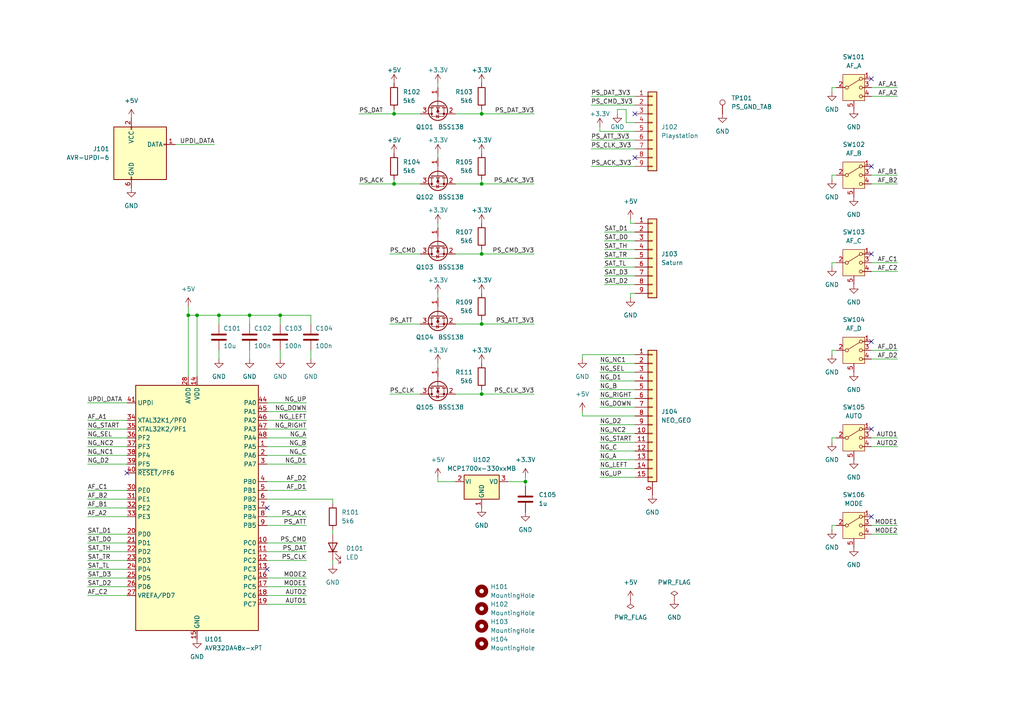
<source format=kicad_sch>
(kicad_sch (version 20231120) (generator "eeschema") (generator_version "8.0")
  (paper "A4")
  (lib_symbols
    (symbol "C&K_SP3T_Slide_Switch_OS103011MS8QP1:C&K_OS103011MS8QP1" (pin_names (offset 0) hide)
      (property "Reference" "SW101" (at 0 8.89 0))
      (property "Value" "AF_A" (at 0 6.35 0))
      (symbol "C&K_OS103011MS8QP1_0_1"
        (circle (center -2.032 0) (radius 0.4572))
        (polyline (pts (xy -1.651 0.254) (xy 1.651 2.286)))
        (circle (center 2.032 -2.54) (radius 0.4572))
        (circle (center 2.032 0) (radius 0.4572))
        (circle (center 2.032 2.54) (radius 0.4572))
      )
      (symbol "C&K_OS103011MS8QP1_1_1"
        (rectangle (start -3.175 3.81) (end 3.175 -3.81) (fill (type background)))
        (pin passive line (at 5.08 2.54 180) (length 2.54) (name "1") (number "1"))
        (pin passive line (at -5.08 0 0) (length 2.54) (name "2") (number "2"))
        (pin passive line (at 5.08 0 180) (length 2.54) (name "3") (number "3"))
        (pin passive line (at 5.08 -2.54 180) (length 2.54) (name "4") (number "4"))
        (pin passive line (at 0 -6.35 90) (length 2.54) (name "Shell") (number "5"))
      )
    )
    (symbol "Connector:AVR-UPDI-6" (pin_names (offset 1.016))
      (property "Reference" "J" (at -6.35 8.89 0))
      (property "Value" "AVR-UPDI-6" (at 0 8.89 0))
      (symbol "AVR-UPDI-6_0_1"
        (rectangle (start -2.667 -6.858) (end -2.413 -7.62))
        (rectangle (start -2.667 7.62) (end -2.413 6.858))
        (rectangle (start 7.62 2.667) (end 6.858 2.413))
        (rectangle (start 7.62 7.62) (end -7.62 -7.62) (stroke (width 0.254)) (fill (type background)))
      )
      (symbol "AVR-UPDI-6_1_1"
        (pin passive line (at 10.16 2.54 180) (length 2.54) (name "DATA") (number "1"))
        (pin passive line (at -2.54 10.16 270) (length 2.54) (name "VCC") (number "2"))
        (pin no_connect line (at 7.62 0 180) (length 2.54) hide (name "NC") (number "3"))
        (pin no_connect line (at 7.62 -2.54 180) (length 2.54) hide (name "NC") (number "4"))
        (pin no_connect line (at 7.62 -5.08 180) (length 2.54) hide (name "NC") (number "5"))
        (pin passive line (at -2.54 -10.16 90) (length 2.54) (name "GND") (number "6"))
      )
    )
    (symbol "Connector:TestPoint" (pin_numbers hide) (pin_names (offset 0.762) hide)
      (property "Reference" "TP" (at 0 6.858 0))
      (property "Value" "TestPoint" (at 0 5.08 0))
      (symbol "TestPoint_0_1"
        (circle (center 0 3.302) (radius 0.762))
      )
      (symbol "TestPoint_1_1"
        (pin passive line (at 0 0 90) (length 2.54) (name "1") (number "1"))
      )
    )
    (symbol "Connector_Generic:Conn_01x09" (pin_names (offset 1.016) hide)
      (property "Reference" "J" (at 0 12.7 0))
      (property "Value" "Conn_01x09" (at 0 -12.7 0))
      (symbol "Conn_01x09_1_1"
        (rectangle (start -1.27 -10.033) (end 0 -10.287) (stroke (width 0.1524)))
        (rectangle (start -1.27 -7.493) (end 0 -7.747) (stroke (width 0.1524)))
        (rectangle (start -1.27 -4.953) (end 0 -5.207) (stroke (width 0.1524)))
        (rectangle (start -1.27 -2.413) (end 0 -2.667) (stroke (width 0.1524)))
        (rectangle (start -1.27 0.127) (end 0 -0.127) (stroke (width 0.1524)))
        (rectangle (start -1.27 2.667) (end 0 2.413) (stroke (width 0.1524)))
        (rectangle (start -1.27 5.207) (end 0 4.953) (stroke (width 0.1524)))
        (rectangle (start -1.27 7.747) (end 0 7.493) (stroke (width 0.1524)))
        (rectangle (start -1.27 10.287) (end 0 10.033) (stroke (width 0.1524)))
        (rectangle (start -1.27 11.43) (end 1.27 -11.43) (stroke (width 0.254)) (fill (type background)))
        (pin passive line (at -5.08 10.16 0) (length 3.81) (name "Pin_1") (number "1"))
        (pin passive line (at -5.08 7.62 0) (length 3.81) (name "Pin_2") (number "2"))
        (pin passive line (at -5.08 5.08 0) (length 3.81) (name "Pin_3") (number "3"))
        (pin passive line (at -5.08 2.54 0) (length 3.81) (name "Pin_4") (number "4"))
        (pin passive line (at -5.08 0 0) (length 3.81) (name "Pin_5") (number "5"))
        (pin passive line (at -5.08 -2.54 0) (length 3.81) (name "Pin_6") (number "6"))
        (pin passive line (at -5.08 -5.08 0) (length 3.81) (name "Pin_7") (number "7"))
        (pin passive line (at -5.08 -7.62 0) (length 3.81) (name "Pin_8") (number "8"))
        (pin passive line (at -5.08 -10.16 0) (length 3.81) (name "Pin_9") (number "9"))
      )
    )
    (symbol "Connector_Generic:Conn_01x15" (pin_names (offset 1.016) hide)
      (property "Reference" "J104" (at 2.54 1.27 0))
      (property "Value" "NEO_GEO" (at 2.54 -1.27 0))
      (symbol "Conn_01x15_1_1"
        (rectangle (start -1.27 -17.653) (end 0 -17.907) (stroke (width 0.1524)))
        (rectangle (start -1.27 -15.113) (end 0 -15.367) (stroke (width 0.1524)))
        (rectangle (start -1.27 -12.573) (end 0 -12.827) (stroke (width 0.1524)))
        (rectangle (start -1.27 -10.033) (end 0 -10.287) (stroke (width 0.1524)))
        (rectangle (start -1.27 -7.493) (end 0 -7.747) (stroke (width 0.1524)))
        (rectangle (start -1.27 -4.953) (end 0 -5.207) (stroke (width 0.1524)))
        (rectangle (start -1.27 -2.413) (end 0 -2.667) (stroke (width 0.1524)))
        (rectangle (start -1.27 0.127) (end 0 -0.127) (stroke (width 0.1524)))
        (rectangle (start -1.27 2.667) (end 0 2.413) (stroke (width 0.1524)))
        (rectangle (start -1.27 5.207) (end 0 4.953) (stroke (width 0.1524)))
        (rectangle (start -1.27 7.747) (end 0 7.493) (stroke (width 0.1524)))
        (rectangle (start -1.27 10.287) (end 0 10.033) (stroke (width 0.1524)))
        (rectangle (start -1.27 12.827) (end 0 12.573) (stroke (width 0.1524)))
        (rectangle (start -1.27 15.367) (end 0 15.113) (stroke (width 0.1524)))
        (rectangle (start -1.27 17.907) (end 0 17.653) (stroke (width 0.1524)))
        (rectangle (start -1.27 19.05) (end 1.27 -19.05) (stroke (width 0.254)) (fill (type background)))
        (pin passive line (at 0 -22.86 90) (length 3.81) (name "Shell") (number "0"))
        (pin passive line (at -5.08 17.78 0) (length 3.81) (name "Pin_1") (number "1"))
        (pin passive line (at -5.08 -5.08 0) (length 3.81) (name "Pin_10") (number "10"))
        (pin passive line (at -5.08 -7.62 0) (length 3.81) (name "Pin_11") (number "11"))
        (pin passive line (at -5.08 -10.16 0) (length 3.81) (name "Pin_12") (number "12"))
        (pin passive line (at -5.08 -12.7 0) (length 3.81) (name "Pin_13") (number "13"))
        (pin passive line (at -5.08 -15.24 0) (length 3.81) (name "Pin_14") (number "14"))
        (pin passive line (at -5.08 -17.78 0) (length 3.81) (name "Pin_15") (number "15"))
        (pin passive line (at -5.08 15.24 0) (length 3.81) (name "Pin_2") (number "2"))
        (pin passive line (at -5.08 12.7 0) (length 3.81) (name "Pin_3") (number "3"))
        (pin passive line (at -5.08 10.16 0) (length 3.81) (name "Pin_4") (number "4"))
        (pin passive line (at -5.08 7.62 0) (length 3.81) (name "Pin_5") (number "5"))
        (pin passive line (at -5.08 5.08 0) (length 3.81) (name "Pin_6") (number "6"))
        (pin passive line (at -5.08 2.54 0) (length 3.81) (name "Pin_7") (number "7"))
        (pin passive line (at -5.08 0 0) (length 3.81) (name "Pin_8") (number "8"))
        (pin passive line (at -5.08 -2.54 0) (length 3.81) (name "Pin_9") (number "9"))
      )
    )
    (symbol "Device:C" (pin_numbers hide) (pin_names (offset 0.254))
      (property "Reference" "C" (at 0.635 2.54 0))
      (property "Value" "C" (at 0.635 -2.54 0))
      (symbol "C_0_1"
        (polyline (pts (xy -2.032 -0.762) (xy 2.032 -0.762)) (stroke (width 0.508)))
        (polyline (pts (xy -2.032 0.762) (xy 2.032 0.762)) (stroke (width 0.508)))
      )
      (symbol "C_1_1"
        (pin passive line (at 0 3.81 270) (length 2.794) (name "~") (number "1"))
        (pin passive line (at 0 -3.81 90) (length 2.794) (name "~") (number "2"))
      )
    )
    (symbol "Device:LED" (pin_numbers hide) (pin_names (offset 1.016) hide)
      (property "Reference" "D" (at 0 2.54 0))
      (property "Value" "LED" (at 0 -2.54 0))
      (symbol "LED_0_1"
        (polyline (pts (xy -1.27 -1.27) (xy -1.27 1.27)) (stroke (width 0.254)))
        (polyline (pts (xy -1.27 0) (xy 1.27 0)))
        (polyline (pts (xy 1.27 -1.27) (xy 1.27 1.27) (xy -1.27 0) (xy 1.27 -1.27)) (stroke (width 0.254)))
        (polyline (pts (xy -3.048 -0.762) (xy -4.572 -2.286) (xy -3.81 -2.286) (xy -4.572 -2.286) (xy -4.572 -1.524)))
        (polyline (pts (xy -1.778 -0.762) (xy -3.302 -2.286) (xy -2.54 -2.286) (xy -3.302 -2.286) (xy -3.302 -1.524)))
      )
      (symbol "LED_1_1"
        (pin passive line (at -3.81 0 0) (length 2.54) (name "K") (number "1"))
        (pin passive line (at 3.81 0 180) (length 2.54) (name "A") (number "2"))
      )
    )
    (symbol "Device:R" (pin_numbers hide) (pin_names (offset 0))
      (property "Reference" "R" (at 2.032 0 90))
      (property "Value" "R" (at 0 0 90))
      (symbol "R_0_1"
        (rectangle (start -1.016 -2.54) (end 1.016 2.54) (stroke (width 0.254)))
      )
      (symbol "R_1_1"
        (pin passive line (at 0 3.81 270) (length 1.27) (name "~") (number "1"))
        (pin passive line (at 0 -3.81 90) (length 1.27) (name "~") (number "2"))
      )
    )
    (symbol "MCU_Microchip_AVR_Dx:AVR32DA48x-xPT"
      (property "Reference" "U" (at -17.78 36.83 0))
      (property "Value" "AVR32DA48x-xPT" (at 5.08 -36.83 0))
      (symbol "AVR32DA48x-xPT_0_1"
        (rectangle (start -17.78 35.56) (end 17.78 -35.56) (stroke (width 0.254)) (fill (type background)))
      )
      (symbol "AVR32DA48x-xPT_1_1"
        (pin bidirectional line (at 20.32 17.78 180) (length 2.54) (name "PA5") (number "1"))
        (pin bidirectional line (at 20.32 -10.16 180) (length 2.54) (name "PC0") (number "10"))
        (pin bidirectional line (at 20.32 -12.7 180) (length 2.54) (name "PC1") (number "11"))
        (pin bidirectional line (at 20.32 -15.24 180) (length 2.54) (name "PC2") (number "12"))
        (pin bidirectional line (at 20.32 -17.78 180) (length 2.54) (name "PC3") (number "13"))
        (pin power_in line (at 0 38.1 270) (length 2.54) (name "VDD") (number "14"))
        (pin power_in line (at 0 -38.1 90) (length 2.54) (name "GND") (number "15"))
        (pin bidirectional line (at 20.32 -20.32 180) (length 2.54) (name "PC4") (number "16"))
        (pin bidirectional line (at 20.32 -22.86 180) (length 2.54) (name "PC5") (number "17"))
        (pin bidirectional line (at 20.32 -25.4 180) (length 2.54) (name "PC6") (number "18"))
        (pin bidirectional line (at 20.32 -27.94 180) (length 2.54) (name "PC7") (number "19"))
        (pin bidirectional line (at 20.32 15.24 180) (length 2.54) (name "PA6") (number "2"))
        (pin bidirectional line (at -20.32 -7.62 0) (length 2.54) (name "PD0") (number "20"))
        (pin bidirectional line (at -20.32 -10.16 0) (length 2.54) (name "PD1") (number "21"))
        (pin bidirectional line (at -20.32 -12.7 0) (length 2.54) (name "PD2") (number "22"))
        (pin bidirectional line (at -20.32 -15.24 0) (length 2.54) (name "PD3") (number "23"))
        (pin bidirectional line (at -20.32 -17.78 0) (length 2.54) (name "PD4") (number "24"))
        (pin bidirectional line (at -20.32 -20.32 0) (length 2.54) (name "PD5") (number "25"))
        (pin bidirectional line (at -20.32 -22.86 0) (length 2.54) (name "PD6") (number "26"))
        (pin bidirectional line (at -20.32 -25.4 0) (length 2.54) (name "VREFA/PD7") (number "27"))
        (pin power_in line (at -2.54 38.1 270) (length 2.54) (name "AVDD") (number "28"))
        (pin passive line (at 0 -38.1 90) (length 2.54) hide (name "GND") (number "29"))
        (pin bidirectional line (at 20.32 12.7 180) (length 2.54) (name "PA7") (number "3"))
        (pin bidirectional line (at -20.32 5.08 0) (length 2.54) (name "PE0") (number "30"))
        (pin bidirectional line (at -20.32 2.54 0) (length 2.54) (name "PE1") (number "31"))
        (pin bidirectional line (at -20.32 0 0) (length 2.54) (name "PE2") (number "32"))
        (pin bidirectional line (at -20.32 -2.54 0) (length 2.54) (name "PE3") (number "33"))
        (pin bidirectional line (at -20.32 25.4 0) (length 2.54) (name "XTAL32K1/PF0") (number "34"))
        (pin bidirectional line (at -20.32 22.86 0) (length 2.54) (name "XTAL32K2/PF1") (number "35"))
        (pin bidirectional line (at -20.32 20.32 0) (length 2.54) (name "PF2") (number "36"))
        (pin bidirectional line (at -20.32 17.78 0) (length 2.54) (name "PF3") (number "37"))
        (pin bidirectional line (at -20.32 15.24 0) (length 2.54) (name "PF4") (number "38"))
        (pin bidirectional line (at -20.32 12.7 0) (length 2.54) (name "PF5") (number "39"))
        (pin bidirectional line (at 20.32 7.62 180) (length 2.54) (name "PB0") (number "4"))
        (pin bidirectional line (at -20.32 10.16 0) (length 2.54) (name "~{RESET}/PF6") (number "40"))
        (pin input line (at -20.32 30.48 0) (length 2.54) (name "UPDI") (number "41"))
        (pin passive line (at 0 38.1 270) (length 2.54) hide (name "VDD") (number "42"))
        (pin passive line (at 0 -38.1 90) (length 2.54) hide (name "GND") (number "43"))
        (pin bidirectional line (at 20.32 30.48 180) (length 2.54) (name "PA0") (number "44"))
        (pin bidirectional line (at 20.32 27.94 180) (length 2.54) (name "PA1") (number "45"))
        (pin bidirectional line (at 20.32 25.4 180) (length 2.54) (name "PA2") (number "46"))
        (pin bidirectional line (at 20.32 22.86 180) (length 2.54) (name "PA3") (number "47"))
        (pin bidirectional line (at 20.32 20.32 180) (length 2.54) (name "PA4") (number "48"))
        (pin bidirectional line (at 20.32 5.08 180) (length 2.54) (name "PB1") (number "5"))
        (pin bidirectional line (at 20.32 2.54 180) (length 2.54) (name "PB2") (number "6"))
        (pin bidirectional line (at 20.32 0 180) (length 2.54) (name "PB3") (number "7"))
        (pin bidirectional line (at 20.32 -2.54 180) (length 2.54) (name "PB4") (number "8"))
        (pin bidirectional line (at 20.32 -5.08 180) (length 2.54) (name "PB5") (number "9"))
      )
    )
    (symbol "Mechanical:MountingHole" (pin_names (offset 1.016))
      (property "Reference" "H" (at 0 5.08 0))
      (property "Value" "MountingHole" (at 0 3.175 0))
      (symbol "MountingHole_0_1"
        (circle (center 0 0) (radius 1.27) (stroke (width 1.27)))
      )
    )
    (symbol "Regulator_Linear:MCP1700x-330xxMB" (pin_names (offset 0.254))
      (property "Reference" "U" (at -3.81 3.175 0))
      (property "Value" "MCP1700x-330xxMB" (at 0 3.175 0))
      (symbol "MCP1700x-330xxMB_0_1"
        (rectangle (start -5.08 -5.08) (end 5.08 1.905) (stroke (width 0.254)) (fill (type background)))
      )
      (symbol "MCP1700x-330xxMB_1_1"
        (pin power_in line (at 0 -7.62 90) (length 2.54) (name "GND") (number "1"))
        (pin power_in line (at -7.62 0 0) (length 2.54) (name "VI") (number "2"))
        (pin power_out line (at 7.62 0 180) (length 2.54) (name "VO") (number "3"))
      )
    )
    (symbol "Transistor_FET:BSS138" (pin_names hide)
      (property "Reference" "Q" (at 5.08 1.905 0))
      (property "Value" "BSS138" (at 5.08 0 0))
      (symbol "BSS138_0_1"
        (polyline (pts (xy 0.254 0) (xy -2.54 0)))
        (polyline (pts (xy 0.254 1.905) (xy 0.254 -1.905)) (stroke (width 0.254)))
        (polyline (pts (xy 0.762 -1.27) (xy 0.762 -2.286)) (stroke (width 0.254)))
        (polyline (pts (xy 0.762 0.508) (xy 0.762 -0.508)) (stroke (width 0.254)))
        (polyline (pts (xy 0.762 2.286) (xy 0.762 1.27)) (stroke (width 0.254)))
        (polyline (pts (xy 2.54 2.54) (xy 2.54 1.778)))
        (polyline (pts (xy 2.54 -2.54) (xy 2.54 0) (xy 0.762 0)))
        (polyline (pts (xy 0.762 -1.778) (xy 3.302 -1.778) (xy 3.302 1.778) (xy 0.762 1.778)))
        (polyline (pts (xy 1.016 0) (xy 2.032 0.381) (xy 2.032 -0.381) (xy 1.016 0)) (fill (type outline)))
        (polyline (pts (xy 2.794 0.508) (xy 2.921 0.381) (xy 3.683 0.381) (xy 3.81 0.254)))
        (polyline (pts (xy 3.302 0.381) (xy 2.921 -0.254) (xy 3.683 -0.254) (xy 3.302 0.381)))
        (circle (center 1.651 0) (radius 2.794) (stroke (width 0.254)))
        (circle (center 2.54 -1.778) (radius 0.254) (fill (type outline)))
        (circle (center 2.54 1.778) (radius 0.254) (fill (type outline)))
      )
      (symbol "BSS138_1_1"
        (pin input line (at -5.08 0 0) (length 2.54) (name "G") (number "1"))
        (pin passive line (at 2.54 -5.08 90) (length 2.54) (name "S") (number "2"))
        (pin passive line (at 2.54 5.08 270) (length 2.54) (name "D") (number "3"))
      )
    )
    (symbol "power:+3.3V" (power) (pin_names (offset 0))
      (property "Value" "+3.3V" (at 0 3.556 0))
      (symbol "+3.3V_0_1"
        (polyline (pts (xy -0.762 1.27) (xy 0 2.54)))
        (polyline (pts (xy 0 0) (xy 0 2.54)))
        (polyline (pts (xy 0 2.54) (xy 0.762 1.27)))
      )
      (symbol "+3.3V_1_1"
        (pin power_in line (at 0 0 90) (length 0) hide (name "+3.3V") (number "1"))
      )
    )
    (symbol "power:+5V" (power) (pin_names (offset 0))
      (property "Value" "+5V" (at 0 3.556 0))
      (symbol "+5V_0_1"
        (polyline (pts (xy -0.762 1.27) (xy 0 2.54)))
        (polyline (pts (xy 0 0) (xy 0 2.54)))
        (polyline (pts (xy 0 2.54) (xy 0.762 1.27)))
      )
      (symbol "+5V_1_1"
        (pin power_in line (at 0 0 90) (length 0) hide (name "+5V") (number "1"))
      )
    )
    (symbol "power:GND" (power) (pin_names (offset 0))
      (property "Value" "GND" (at 0 -3.81 0))
      (symbol "GND_0_1"
        (polyline (pts (xy 0 0) (xy 0 -1.27) (xy 1.27 -1.27) (xy 0 -2.54) (xy -1.27 -1.27) (xy 0 -1.27)))
      )
      (symbol "GND_1_1"
        (pin power_in line (at 0 0 270) (length 0) hide (name "GND") (number "1"))
      )
    )
    (symbol "power:PWR_FLAG" (power) (pin_numbers hide) (pin_names (offset 0) hide)
      (property "Value" "PWR_FLAG" (at 0 3.81 0))
      (symbol "PWR_FLAG_0_0"
        (pin power_out line (at 0 0 90) (length 0) (name "pwr") (number "1"))
      )
      (symbol "PWR_FLAG_0_1"
        (polyline (pts (xy 0 0) (xy 0 1.27) (xy -1.016 1.905) (xy 0 2.54) (xy 1.016 1.905) (xy 0 1.27)))
      )
    )
  )
  (junction (at 54.61 91.44))
  (junction (at 139.7 53.34))
  (junction (at 63.5 91.44))
  (junction (at 139.7 73.66))
  (junction (at 72.39 91.44))
  (junction (at 139.7 114.3))
  (junction (at 114.3 33.02))
  (junction (at 81.28 91.44))
  (junction (at 57.15 91.44))
  (junction (at 114.3 53.34))
  (junction (at 139.7 93.98))
  (junction (at 152.4 139.7))
  (junction (at 139.7 33.02))
  (no_connect (at 252.73 73.66))
  (no_connect (at 77.47 165.1))
  (no_connect (at 252.73 99.06))
  (no_connect (at 184.15 33.02))
  (no_connect (at 36.83 137.16))
  (no_connect (at 252.73 22.86))
  (no_connect (at 252.73 48.26))
  (no_connect (at 252.73 124.46))
  (no_connect (at 252.73 149.86))
  (no_connect (at 184.15 45.72))
  (no_connect (at 77.47 147.32))
  (wire (pts (xy 81.28 91.44) (xy 90.17 91.44)))
  (wire (pts (xy 77.47 152.4) (xy 88.9 152.4)))
  (wire (pts (xy 114.3 33.02) (xy 114.3 31.75)))
  (wire (pts (xy 139.7 114.3) (xy 139.7 113.03)))
  (wire (pts (xy 127 85.09) (xy 127 86.36)))
  (wire (pts (xy 168.91 120.65) (xy 184.15 120.65)))
  (wire (pts (xy 171.45 27.94) (xy 184.15 27.94)))
  (wire (pts (xy 241.3 25.4) (xy 241.3 26.67)))
  (wire (pts (xy 252.73 78.74) (xy 260.35 78.74)))
  (wire (pts (xy 25.4 165.1) (xy 36.83 165.1)))
  (wire (pts (xy 77.47 142.24) (xy 88.9 142.24)))
  (wire (pts (xy 81.28 101.6) (xy 81.28 104.14)))
  (wire (pts (xy 121.92 33.02) (xy 114.3 33.02)))
  (wire (pts (xy 114.3 53.34) (xy 114.3 52.07)))
  (wire (pts (xy 182.88 63.5) (xy 182.88 64.77)))
  (wire (pts (xy 252.73 152.4) (xy 260.35 152.4)))
  (wire (pts (xy 77.47 167.64) (xy 88.9 167.64)))
  (wire (pts (xy 25.4 127) (xy 36.83 127)))
  (wire (pts (xy 252.73 101.6) (xy 260.35 101.6)))
  (wire (pts (xy 104.14 33.02) (xy 114.3 33.02)))
  (wire (pts (xy 175.26 82.55) (xy 184.15 82.55)))
  (wire (pts (xy 127 138.43) (xy 127 139.7)))
  (wire (pts (xy 77.47 149.86) (xy 88.9 149.86)))
  (wire (pts (xy 25.4 149.86) (xy 36.83 149.86)))
  (wire (pts (xy 171.45 48.26) (xy 184.15 48.26)))
  (wire (pts (xy 173.99 38.1) (xy 173.99 36.83)))
  (wire (pts (xy 77.47 121.92) (xy 88.9 121.92)))
  (wire (pts (xy 132.08 114.3) (xy 139.7 114.3)))
  (wire (pts (xy 25.4 124.46) (xy 36.83 124.46)))
  (wire (pts (xy 72.39 91.44) (xy 72.39 93.98)))
  (wire (pts (xy 96.52 144.78) (xy 96.52 146.05)))
  (wire (pts (xy 77.47 170.18) (xy 88.9 170.18)))
  (wire (pts (xy 77.47 132.08) (xy 88.9 132.08)))
  (wire (pts (xy 241.3 152.4) (xy 241.3 153.67)))
  (wire (pts (xy 25.4 147.32) (xy 36.83 147.32)))
  (wire (pts (xy 25.4 154.94) (xy 36.83 154.94)))
  (wire (pts (xy 63.5 101.6) (xy 63.5 104.14)))
  (wire (pts (xy 173.99 133.35) (xy 184.15 133.35)))
  (wire (pts (xy 25.4 167.64) (xy 36.83 167.64)))
  (wire (pts (xy 139.7 73.66) (xy 139.7 72.39)))
  (wire (pts (xy 104.14 53.34) (xy 114.3 53.34)))
  (wire (pts (xy 132.08 53.34) (xy 139.7 53.34)))
  (wire (pts (xy 173.99 130.81) (xy 184.15 130.81)))
  (wire (pts (xy 175.26 69.85) (xy 184.15 69.85)))
  (wire (pts (xy 81.28 91.44) (xy 81.28 93.98)))
  (wire (pts (xy 252.73 127) (xy 260.35 127)))
  (wire (pts (xy 181.61 35.56) (xy 181.61 31.75)))
  (wire (pts (xy 77.47 172.72) (xy 88.9 172.72)))
  (wire (pts (xy 182.88 64.77) (xy 184.15 64.77)))
  (wire (pts (xy 63.5 91.44) (xy 72.39 91.44)))
  (wire (pts (xy 152.4 139.7) (xy 152.4 138.43)))
  (wire (pts (xy 77.47 129.54) (xy 88.9 129.54)))
  (wire (pts (xy 184.15 85.09) (xy 182.88 85.09)))
  (wire (pts (xy 173.99 123.19) (xy 184.15 123.19)))
  (wire (pts (xy 132.08 93.98) (xy 139.7 93.98)))
  (wire (pts (xy 242.57 50.8) (xy 241.3 50.8)))
  (wire (pts (xy 242.57 127) (xy 241.3 127)))
  (wire (pts (xy 139.7 33.02) (xy 154.94 33.02)))
  (wire (pts (xy 139.7 53.34) (xy 139.7 52.07)))
  (wire (pts (xy 139.7 73.66) (xy 154.94 73.66)))
  (wire (pts (xy 54.61 88.9) (xy 54.61 91.44)))
  (wire (pts (xy 121.92 53.34) (xy 114.3 53.34)))
  (wire (pts (xy 252.73 104.14) (xy 260.35 104.14)))
  (wire (pts (xy 173.99 115.57) (xy 184.15 115.57)))
  (wire (pts (xy 127 105.41) (xy 127 106.68)))
  (wire (pts (xy 25.4 142.24) (xy 36.83 142.24)))
  (wire (pts (xy 241.3 127) (xy 241.3 128.27)))
  (wire (pts (xy 181.61 31.75) (xy 179.07 31.75)))
  (wire (pts (xy 184.15 35.56) (xy 181.61 35.56)))
  (wire (pts (xy 113.03 93.98) (xy 121.92 93.98)))
  (wire (pts (xy 132.08 73.66) (xy 139.7 73.66)))
  (wire (pts (xy 168.91 104.14) (xy 168.91 102.87)))
  (wire (pts (xy 175.26 67.31) (xy 184.15 67.31)))
  (wire (pts (xy 139.7 33.02) (xy 139.7 31.75)))
  (wire (pts (xy 139.7 93.98) (xy 154.94 93.98)))
  (wire (pts (xy 113.03 114.3) (xy 121.92 114.3)))
  (wire (pts (xy 77.47 162.56) (xy 88.9 162.56)))
  (wire (pts (xy 25.4 144.78) (xy 36.83 144.78)))
  (wire (pts (xy 96.52 162.56) (xy 96.52 163.83)))
  (wire (pts (xy 132.08 33.02) (xy 139.7 33.02)))
  (wire (pts (xy 25.4 132.08) (xy 36.83 132.08)))
  (wire (pts (xy 147.32 139.7) (xy 152.4 139.7)))
  (wire (pts (xy 57.15 91.44) (xy 63.5 91.44)))
  (wire (pts (xy 139.7 53.34) (xy 154.94 53.34)))
  (wire (pts (xy 127 24.13) (xy 127 25.4)))
  (wire (pts (xy 77.47 127) (xy 88.9 127)))
  (wire (pts (xy 241.3 50.8) (xy 241.3 52.07)))
  (wire (pts (xy 63.5 91.44) (xy 63.5 93.98)))
  (wire (pts (xy 127 44.45) (xy 127 45.72)))
  (wire (pts (xy 175.26 72.39) (xy 184.15 72.39)))
  (wire (pts (xy 57.15 109.22) (xy 57.15 91.44)))
  (wire (pts (xy 252.73 27.94) (xy 260.35 27.94)))
  (wire (pts (xy 25.4 162.56) (xy 36.83 162.56)))
  (wire (pts (xy 173.99 128.27) (xy 184.15 128.27)))
  (wire (pts (xy 50.8 41.91) (xy 62.23 41.91)))
  (wire (pts (xy 173.99 113.03) (xy 184.15 113.03)))
  (wire (pts (xy 171.45 40.64) (xy 184.15 40.64)))
  (wire (pts (xy 90.17 91.44) (xy 90.17 93.98)))
  (wire (pts (xy 175.26 77.47) (xy 184.15 77.47)))
  (wire (pts (xy 171.45 43.18) (xy 184.15 43.18)))
  (wire (pts (xy 184.15 38.1) (xy 173.99 38.1)))
  (wire (pts (xy 57.15 91.44) (xy 54.61 91.44)))
  (wire (pts (xy 25.4 129.54) (xy 36.83 129.54)))
  (wire (pts (xy 179.07 31.75) (xy 179.07 33.02)))
  (wire (pts (xy 25.4 170.18) (xy 36.83 170.18)))
  (wire (pts (xy 242.57 76.2) (xy 241.3 76.2)))
  (wire (pts (xy 252.73 76.2) (xy 260.35 76.2)))
  (wire (pts (xy 25.4 116.84) (xy 36.83 116.84)))
  (wire (pts (xy 173.99 135.89) (xy 184.15 135.89)))
  (wire (pts (xy 77.47 139.7) (xy 88.9 139.7)))
  (wire (pts (xy 77.47 124.46) (xy 88.9 124.46)))
  (wire (pts (xy 113.03 73.66) (xy 121.92 73.66)))
  (wire (pts (xy 77.47 175.26) (xy 88.9 175.26)))
  (wire (pts (xy 252.73 154.94) (xy 260.35 154.94)))
  (wire (pts (xy 72.39 101.6) (xy 72.39 104.14)))
  (wire (pts (xy 77.47 160.02) (xy 88.9 160.02)))
  (wire (pts (xy 175.26 80.01) (xy 184.15 80.01)))
  (wire (pts (xy 139.7 114.3) (xy 154.94 114.3)))
  (wire (pts (xy 242.57 101.6) (xy 241.3 101.6)))
  (wire (pts (xy 168.91 102.87) (xy 184.15 102.87)))
  (wire (pts (xy 252.73 25.4) (xy 260.35 25.4)))
  (wire (pts (xy 77.47 144.78) (xy 96.52 144.78)))
  (wire (pts (xy 242.57 152.4) (xy 241.3 152.4)))
  (wire (pts (xy 54.61 91.44) (xy 54.61 109.22)))
  (wire (pts (xy 139.7 93.98) (xy 139.7 92.71)))
  (wire (pts (xy 173.99 110.49) (xy 184.15 110.49)))
  (wire (pts (xy 173.99 107.95) (xy 184.15 107.95)))
  (wire (pts (xy 90.17 101.6) (xy 90.17 104.14)))
  (wire (pts (xy 127 64.77) (xy 127 66.04)))
  (wire (pts (xy 168.91 119.38) (xy 168.91 120.65)))
  (wire (pts (xy 96.52 153.67) (xy 96.52 154.94)))
  (wire (pts (xy 25.4 172.72) (xy 36.83 172.72)))
  (wire (pts (xy 175.26 74.93) (xy 184.15 74.93)))
  (wire (pts (xy 173.99 118.11) (xy 184.15 118.11)))
  (wire (pts (xy 171.45 30.48) (xy 184.15 30.48)))
  (wire (pts (xy 77.47 116.84) (xy 88.9 116.84)))
  (wire (pts (xy 241.3 101.6) (xy 241.3 102.87)))
  (wire (pts (xy 25.4 157.48) (xy 36.83 157.48)))
  (wire (pts (xy 127 139.7) (xy 132.08 139.7)))
  (wire (pts (xy 252.73 50.8) (xy 260.35 50.8)))
  (wire (pts (xy 173.99 138.43) (xy 184.15 138.43)))
  (wire (pts (xy 182.88 85.09) (xy 182.88 86.36)))
  (wire (pts (xy 77.47 134.62) (xy 88.9 134.62)))
  (wire (pts (xy 241.3 76.2) (xy 241.3 77.47)))
  (wire (pts (xy 25.4 134.62) (xy 36.83 134.62)))
  (wire (pts (xy 242.57 25.4) (xy 241.3 25.4)))
  (wire (pts (xy 173.99 105.41) (xy 184.15 105.41)))
  (wire (pts (xy 252.73 129.54) (xy 260.35 129.54)))
  (wire (pts (xy 77.47 157.48) (xy 88.9 157.48)))
  (wire (pts (xy 252.73 53.34) (xy 260.35 53.34)))
  (wire (pts (xy 152.4 139.7) (xy 152.4 140.97)))
  (wire (pts (xy 25.4 160.02) (xy 36.83 160.02)))
  (wire (pts (xy 173.99 125.73) (xy 184.15 125.73)))
  (wire (pts (xy 77.47 119.38) (xy 88.9 119.38)))
  (wire (pts (xy 72.39 91.44) (xy 81.28 91.44)))
  (wire (pts (xy 25.4 121.92) (xy 36.83 121.92)))
  (label "PS_ACK" (at 88.9 149.86 180))
  (label "MODE2" (at 260.35 154.94 180))
  (label "SAT_D3" (at 25.4 167.64 0))
  (label "SAT_D2" (at 25.4 170.18 0))
  (label "NG_C" (at 88.9 132.08 180))
  (label "AF_D1" (at 88.9 142.24 180))
  (label "PS_CMD_3V3" (at 171.45 30.48 0))
  (label "NG_A" (at 173.99 133.35 0))
  (label "AF_A2" (at 260.35 27.94 180))
  (label "NG_LEFT" (at 88.9 121.92 180))
  (label "UPDI_DATA" (at 25.4 116.84 0))
  (label "MODE1" (at 88.9 170.18 180))
  (label "NG_A" (at 88.9 127 180))
  (label "AF_C2" (at 260.35 78.74 180))
  (label "SAT_TH" (at 175.26 72.39 0))
  (label "NG_C" (at 173.99 130.81 0))
  (label "AF_C1" (at 260.35 76.2 180))
  (label "PS_ATT_3V3" (at 154.94 93.98 180))
  (label "SAT_D2" (at 175.26 82.55 0))
  (label "PS_DAT_3V3" (at 154.94 33.02 180))
  (label "PS_CLK" (at 113.03 114.3 0))
  (label "NG_D1" (at 88.9 134.62 180))
  (label "NG_START" (at 25.4 124.46 0))
  (label "AUTO1" (at 88.9 175.26 180))
  (label "AF_D1" (at 260.35 101.6 180))
  (label "AUTO1" (at 260.35 127 180))
  (label "MODE2" (at 88.9 167.64 180))
  (label "SAT_TL" (at 25.4 165.1 0))
  (label "MODE1" (at 260.35 152.4 180))
  (label "NG_NC1" (at 173.99 105.41 0))
  (label "PS_ATT" (at 113.03 93.98 0))
  (label "PS_DAT_3V3" (at 171.45 27.94 0))
  (label "PS_CLK_3V3" (at 154.94 114.3 180))
  (label "AUTO2" (at 88.9 172.72 180))
  (label "PS_CMD" (at 88.9 157.48 180))
  (label "NG_NC2" (at 25.4 129.54 0))
  (label "NG_D1" (at 173.99 110.49 0))
  (label "AF_B1" (at 25.4 147.32 0))
  (label "PS_ATT" (at 88.9 152.4 180))
  (label "NG_NC1" (at 25.4 132.08 0))
  (label "PS_ATT_3V3" (at 171.45 40.64 0))
  (label "PS_CLK_3V3" (at 171.45 43.18 0))
  (label "AF_C1" (at 25.4 142.24 0))
  (label "SAT_D1" (at 25.4 154.94 0))
  (label "AF_B1" (at 260.35 50.8 180))
  (label "AF_A1" (at 25.4 121.92 0))
  (label "NG_DOWN" (at 173.99 118.11 0))
  (label "NG_LEFT" (at 173.99 135.89 0))
  (label "AF_B2" (at 260.35 53.34 180))
  (label "AF_C2" (at 25.4 172.72 0))
  (label "UPDI_DATA" (at 62.23 41.91 180))
  (label "NG_RIGHT" (at 173.99 115.57 0))
  (label "PS_ACK" (at 104.14 53.34 0))
  (label "AF_D2" (at 88.9 139.7 180))
  (label "PS_DAT" (at 104.14 33.02 0))
  (label "NG_UP" (at 88.9 116.84 180))
  (label "PS_CMD_3V3" (at 154.94 73.66 180))
  (label "PS_DAT" (at 88.9 160.02 180))
  (label "AF_D2" (at 260.35 104.14 180))
  (label "PS_CMD" (at 113.03 73.66 0))
  (label "PS_ACK_3V3" (at 154.94 53.34 180))
  (label "NG_START" (at 173.99 128.27 0))
  (label "NG_SEL" (at 173.99 107.95 0))
  (label "SAT_D3" (at 175.26 80.01 0))
  (label "SAT_D1" (at 175.26 67.31 0))
  (label "NG_B" (at 88.9 129.54 180))
  (label "NG_UP" (at 173.99 138.43 0))
  (label "SAT_TH" (at 25.4 160.02 0))
  (label "NG_B" (at 173.99 113.03 0))
  (label "NG_SEL" (at 25.4 127 0))
  (label "NG_DOWN" (at 88.9 119.38 180))
  (label "NG_D2" (at 25.4 134.62 0))
  (label "NG_NC2" (at 173.99 125.73 0))
  (label "AF_B2" (at 25.4 144.78 0))
  (label "SAT_D0" (at 25.4 157.48 0))
  (label "AF_A1" (at 260.35 25.4 180))
  (label "SAT_D0" (at 175.26 69.85 0))
  (label "NG_RIGHT" (at 88.9 124.46 180))
  (label "PS_ACK_3V3" (at 171.45 48.26 0))
  (label "AF_A2" (at 25.4 149.86 0))
  (label "SAT_TL" (at 175.26 77.47 0))
  (label "SAT_TR" (at 25.4 162.56 0))
  (label "AUTO2" (at 260.35 129.54 180))
  (label "PS_CLK" (at 88.9 162.56 180))
  (label "SAT_TR" (at 175.26 74.93 0))
  (label "NG_D2" (at 173.99 123.19 0))
  (symbol (lib_id "power:+3.3V") (at 152.4 138.43 0) (unit 1)
    (property "Reference" "#PWR0130" (effects (hide yes)))
    (property "Value" "+3.3V" (at 152.4 133.35 0))
  )
  (symbol (lib_id "Transistor_FET:BSS138") (at 127 111.76 90) (mirror x) (unit 1)
    (property "Reference" "Q105" (at 123.19 118.11 90))
    (property "Value" "BSS138" (at 130.81 118.11 90))
    (property "Footprint" "Package_TO_SOT_SMD:SOT-23" (effects (hide yes)))
    (property "Datasheet" "https://www.onsemi.com/pub/Collateral/BSS138-D.PDF" (effects (hide yes)))
    (property "Description" "50V Vds, 0.22A Id, N-Channel MOSFET, SOT-23" (effects (hide yes)))
  )
  (symbol (lib_id "power:GND") (at 195.58 173.99 0) (unit 1)
    (property "Reference" "#PWR0134" (effects (hide yes)))
    (property "Value" "GND" (at 195.58 179.07 0))
  )
  (symbol (lib_id "Mechanical:MountingHole") (at 139.7 171.45 0) (unit 1) (in_bom no)
    (property "Reference" "H101" (at 142.24 170.18 0) (effects (justify left)))
    (property "Value" "MountingHole" (at 142.24 172.72 0) (effects (justify left)))
    (property "Footprint" "MountingHole:MountingHole_3.2mm_M3" (effects (hide yes)))
  )
  (symbol (lib_id "Connector_Generic:Conn_01x15") (at 189.23 120.65 0) (unit 1)
    (property "Reference" "J104" (at 191.77 119.38 0) (effects (justify left)))
    (property "Value" "NEO_GEO" (at 191.77 121.92 0) (effects (justify left)))
    (property "Footprint" "Connector_Dsub:DSUB-15_Female_Horizontal_P2.77x2.84mm_EdgePinOffset7.70mm_Housed_MountingHolesOffset9.12mm" (effects (hide yes)))
    (property "MPN" "Amphenol L77SDA15SA4CH4F" (effects (hide yes)))
  )
  (symbol (lib_id "Device:R") (at 139.7 68.58 0) (mirror y) (unit 1)
    (property "Reference" "R107" (at 137.16 67.3099 0) (effects (justify left)))
    (property "Value" "5k6" (at 137.16 69.8499 0) (effects (justify left)))
    (property "Footprint" "Resistor_SMD:R_0805_2012Metric_Pad1.20x1.40mm_HandSolder" (effects (hide yes)))
  )
  (symbol (lib_id "power:GND") (at 247.65 107.95 0) (unit 1)
    (property "Reference" "#PWR0121" (effects (hide yes)))
    (property "Value" "GND" (at 247.65 113.03 0))
  )
  (symbol (lib_id "power:GND") (at 38.1 54.61 0) (unit 1)
    (property "Reference" "#PWR0104" (effects (hide yes)))
    (property "Value" "GND" (at 38.1 59.69 0))
  )
  (symbol (lib_id "Device:R") (at 139.7 48.26 0) (mirror y) (unit 1)
    (property "Reference" "R105" (at 137.16 46.9899 0) (effects (justify left)))
    (property "Value" "5k6" (at 137.16 49.5299 0) (effects (justify left)))
    (property "Footprint" "Resistor_SMD:R_0805_2012Metric_Pad1.20x1.40mm_HandSolder" (effects (hide yes)))
  )
  (symbol (lib_id "power:GND") (at 81.28 104.14 0) (unit 1)
    (property "Reference" "#PWR0125" (effects (hide yes)))
    (property "Value" "GND" (at 81.28 109.22 0))
  )
  (symbol (lib_id "power:+5V") (at 168.91 119.38 0) (unit 1)
    (property "Reference" "#PWR0110" (effects (hide yes)))
    (property "Value" "+5V" (at 168.91 114.3 0))
  )
  (symbol (lib_id "Device:C") (at 152.4 144.78 0) (unit 1)
    (property "Reference" "C105" (at 156.21 143.51 0) (effects (justify left)))
    (property "Value" "1u" (at 156.21 146.05 0) (effects (justify left)))
    (property "Footprint" "Capacitor_SMD:C_0805_2012Metric_Pad1.18x1.45mm_HandSolder" (effects (hide yes)))
  )
  (symbol (lib_id "Device:R") (at 139.7 27.94 0) (mirror y) (unit 1)
    (property "Reference" "R103" (at 137.16 26.6699 0) (effects (justify left)))
    (property "Value" "5k6" (at 137.16 29.2099 0) (effects (justify left)))
    (property "Footprint" "Resistor_SMD:R_0805_2012Metric_Pad1.20x1.40mm_HandSolder" (effects (hide yes)))
  )
  (symbol (lib_id "C&K_SP3T_Slide_Switch_OS103011MS8QP1:C&K_OS103011MS8QP1") (at 247.65 25.4 0) (unit 1)
    (property "Reference" "SW101" (at 247.65 16.51 0))
    (property "Value" "AF_A" (at 247.65 19.05 0))
    (property "Footprint" "Slide_Switch_TH:XKB_SS13D75" (effects (hide yes)))
    (property "Datasheet" "https://www.ckswitches.com/media/1428/os.pdf" (effects (hide yes)))
  )
  (symbol (lib_id "power:GND") (at 241.3 26.67 0) (unit 1)
    (property "Reference" "#PWR0111" (effects (hide yes)))
    (property "Value" "GND" (at 241.3 31.75 0))
  )
  (symbol (lib_id "power:GND") (at 139.7 147.32 0) (unit 1)
    (property "Reference" "#PWR0127" (effects (hide yes)))
    (property "Value" "GND" (at 139.7 152.4 0))
  )
  (symbol (lib_id "power:+3.3V") (at 139.7 64.77 0) (unit 1)
    (property "Reference" "#PWR0144" (effects (hide yes)))
    (property "Value" "+3.3V" (at 139.7 60.96 0))
  )
  (symbol (lib_id "Device:LED") (at 96.52 158.75 90) (unit 1)
    (property "Reference" "D101" (at 100.33 159.0675 90) (effects (justify right)))
    (property "Value" "LED" (at 100.33 161.6075 90) (effects (justify right)))
    (property "Footprint" "LED_SMD:LED_0805_2012Metric_Pad1.15x1.40mm_HandSolder" (effects (hide yes)))
  )
  (symbol (lib_id "power:GND") (at 90.17 104.14 0) (unit 1)
    (property "Reference" "#PWR0126" (effects (hide yes)))
    (property "Value" "GND" (at 90.17 109.22 0))
  )
  (symbol (lib_id "power:PWR_FLAG") (at 182.88 173.99 180) (unit 1)
    (property "Reference" "#FLG0101" (effects (hide yes)))
    (property "Value" "PWR_FLAG" (at 182.88 179.07 0))
  )
  (symbol (lib_id "Device:R") (at 114.3 48.26 0) (unit 1)
    (property "Reference" "R104" (at 116.84 46.9899 0) (effects (justify left)))
    (property "Value" "5k6" (at 116.84 49.5299 0) (effects (justify left)))
    (property "Footprint" "Resistor_SMD:R_0805_2012Metric_Pad1.20x1.40mm_HandSolder" (effects (hide yes)))
  )
  (symbol (lib_id "Device:R") (at 139.7 109.22 0) (mirror y) (unit 1)
    (property "Reference" "R111" (at 137.16 107.9499 0) (effects (justify left)))
    (property "Value" "5k6" (at 137.16 110.4899 0) (effects (justify left)))
    (property "Footprint" "Resistor_SMD:R_0805_2012Metric_Pad1.20x1.40mm_HandSolder" (effects (hide yes)))
  )
  (symbol (lib_id "power:+3.3V") (at 139.7 24.13 0) (unit 1)
    (property "Reference" "#PWR0131" (effects (hide yes)))
    (property "Value" "+3.3V" (at 139.7 20.32 0))
  )
  (symbol (lib_id "power:+3.3V") (at 127 105.41 0) (unit 1)
    (property "Reference" "#PWR0149" (effects (hide yes)))
    (property "Value" "+3.3V" (at 127 101.6 0))
  )
  (symbol (lib_id "C&K_SP3T_Slide_Switch_OS103011MS8QP1:C&K_OS103011MS8QP1") (at 247.65 50.8 0) (unit 1)
    (property "Reference" "SW102" (at 247.65 41.91 0))
    (property "Value" "AF_B" (at 247.65 44.45 0))
    (property "Footprint" "Slide_Switch_TH:XKB_SS13D75" (effects (hide yes)))
    (property "Datasheet" "https://www.ckswitches.com/media/1428/os.pdf" (effects (hide yes)))
  )
  (symbol (lib_id "power:+3.3V") (at 127 64.77 0) (unit 1)
    (property "Reference" "#PWR0143" (effects (hide yes)))
    (property "Value" "+3.3V" (at 127 60.96 0))
  )
  (symbol (lib_id "power:GND") (at 247.65 31.75 0) (unit 1)
    (property "Reference" "#PWR0118" (effects (hide yes)))
    (property "Value" "GND" (at 247.65 36.83 0))
  )
  (symbol (lib_id "power:+3.3V") (at 127 85.09 0) (unit 1)
    (property "Reference" "#PWR0146" (effects (hide yes)))
    (property "Value" "+3.3V" (at 127 81.28 0))
  )
  (symbol (lib_id "Connector_Generic:Conn_01x09") (at 189.23 38.1 0) (unit 1)
    (property "Reference" "J102" (at 191.77 36.83 0) (effects (justify left)))
    (property "Value" "Playstation" (at 191.77 39.37 0) (effects (justify left)))
    (property "Footprint" "Retro_Game_Connectors_3rd_Party:Sony_Playstation" (effects (hide yes)))
  )
  (symbol (lib_id "C&K_SP3T_Slide_Switch_OS103011MS8QP1:C&K_OS103011MS8QP1") (at 247.65 101.6 0) (unit 1)
    (property "Reference" "SW104" (at 247.65 92.71 0))
    (property "Value" "AF_D" (at 247.65 95.25 0))
    (property "Footprint" "Slide_Switch_TH:XKB_SS13D75" (effects (hide yes)))
    (property "Datasheet" "https://www.ckswitches.com/media/1428/os.pdf" (effects (hide yes)))
  )
  (symbol (lib_id "Connector_Generic:Conn_01x09") (at 189.23 74.93 0) (unit 1)
    (property "Reference" "J103" (at 191.77 73.66 0) (effects (justify left)))
    (property "Value" "Saturn" (at 191.77 76.2 0) (effects (justify left)))
    (property "Footprint" "Retro_Game_Connectors_3rd_Party:Sega_Saturn" (effects (hide yes)))
  )
  (symbol (lib_id "power:+5V") (at 182.88 63.5 0) (unit 1)
    (property "Reference" "#PWR0108" (effects (hide yes)))
    (property "Value" "+5V" (at 182.88 58.42 0))
  )
  (symbol (lib_id "power:GND") (at 241.3 77.47 0) (unit 1)
    (property "Reference" "#PWR0115" (effects (hide yes)))
    (property "Value" "GND" (at 241.3 82.55 0))
  )
  (symbol (lib_id "power:+3.3V") (at 139.7 85.09 0) (unit 1)
    (property "Reference" "#PWR0147" (effects (hide yes)))
    (property "Value" "+3.3V" (at 139.7 81.28 0))
  )
  (symbol (lib_id "power:GND") (at 209.55 33.02 0) (unit 1)
    (property "Reference" "#PWR0135" (effects (hide yes)))
    (property "Value" "GND" (at 209.55 38.1 0))
  )
  (symbol (lib_id "Transistor_FET:BSS138") (at 127 71.12 90) (mirror x) (unit 1)
    (property "Reference" "Q103" (at 123.19 77.47 90))
    (property "Value" "BSS138" (at 130.81 77.47 90))
    (property "Footprint" "Package_TO_SOT_SMD:SOT-23" (effects (hide yes)))
    (property "Datasheet" "https://www.onsemi.com/pub/Collateral/BSS138-D.PDF" (effects (hide yes)))
    (property "Description" "50V Vds, 0.22A Id, N-Channel MOSFET, SOT-23" (effects (hide yes)))
  )
  (symbol (lib_id "power:GND") (at 72.39 104.14 0) (unit 1)
    (property "Reference" "#PWR0112" (effects (hide yes)))
    (property "Value" "GND" (at 72.39 109.22 0))
  )
  (symbol (lib_id "power:PWR_FLAG") (at 195.58 173.99 0) (unit 1)
    (property "Reference" "#FLG0102" (effects (hide yes)))
    (property "Value" "PWR_FLAG" (at 195.58 168.91 0))
  )
  (symbol (lib_id "power:+3.3V") (at 139.7 105.41 0) (unit 1)
    (property "Reference" "#PWR0150" (effects (hide yes)))
    (property "Value" "+3.3V" (at 139.7 101.6 0))
  )
  (symbol (lib_id "Device:R") (at 139.7 88.9 0) (mirror y) (unit 1)
    (property "Reference" "R109" (at 137.16 87.6299 0) (effects (justify left)))
    (property "Value" "5k6" (at 137.16 90.1699 0) (effects (justify left)))
    (property "Footprint" "Resistor_SMD:R_0805_2012Metric_Pad1.20x1.40mm_HandSolder" (effects (hide yes)))
  )
  (symbol (lib_id "Connector:AVR-UPDI-6") (at 40.64 44.45 0) (unit 1)
    (property "Reference" "J101" (at 31.75 43.18 0) (effects (justify right)))
    (property "Value" "AVR-UPDI-6" (at 31.75 45.72 0) (effects (justify right)))
    (property "Footprint" "Connector_PinHeader_1.27mm:PinHeader_2x03_P1.27mm_Vertical_SMD" (effects (hide yes)))
    (property "Datasheet" "https://www.microchip.com/webdoc/GUID-9D10622A-5C16-4405-B092-1BDD437B4976/index.html?GUID-9B349315-2842-4189-B88C-49F4E1055D7F" (effects (hide yes)))
  )
  (symbol (lib_id "MCU_Microchip_AVR_Dx:AVR32DA48x-xPT") (at 57.15 147.32 0) (unit 1)
    (property "Reference" "U101" (at 59.3441 185.42 0) (effects (justify left)))
    (property "Value" "AVR32DA48x-xPT" (at 59.3441 187.96 0) (effects (justify left)))
    (property "Footprint" "Package_QFP:TQFP-48_7x7mm_P0.5mm" (effects (hide yes)))
    (property "Datasheet" "https://ww1.microchip.com/downloads/en/DeviceDoc/AVR32DA28-32-48-Data-Sheet-40002228B.pdf" (effects (hide yes)))
  )
  (symbol (lib_id "power:+5V") (at 127 138.43 0) (unit 1)
    (property "Reference" "#PWR0129" (effects (hide yes)))
    (property "Value" "+5V" (at 127 133.35 0))
  )
  (symbol (lib_id "power:+5V") (at 182.88 173.99 0) (unit 1)
    (property "Reference" "#PWR0133" (effects (hide yes)))
    (property "Value" "+5V" (at 182.88 168.91 0))
  )
  (symbol (lib_id "Device:C") (at 90.17 97.79 0) (unit 1)
    (property "Reference" "C104" (at 91.44 95.25 0) (effects (justify left)))
    (property "Value" "100n" (at 91.44 100.33 0) (effects (justify left)))
    (property "Footprint" "Capacitor_SMD:C_0805_2012Metric_Pad1.18x1.45mm_HandSolder" (effects (hide yes)))
  )
  (symbol (lib_id "power:+5V") (at 54.61 88.9 0) (unit 1)
    (property "Reference" "#PWR0113" (effects (hide yes)))
    (property "Value" "+5V" (at 54.61 83.82 0))
  )
  (symbol (lib_id "Device:R") (at 96.52 149.86 0) (unit 1)
    (property "Reference" "R101" (at 99.06 148.5899 0) (effects (justify left)))
    (property "Value" "5k6" (at 99.06 151.1299 0) (effects (justify left)))
    (property "Footprint" "Resistor_SMD:R_0805_2012Metric_Pad1.20x1.40mm_HandSolder" (effects (hide yes)))
  )
  (symbol (lib_id "power:GND") (at 57.15 185.42 0) (unit 1)
    (property "Reference" "#PWR0102" (effects (hide yes)))
    (property "Value" "GND" (at 57.15 190.5 0))
  )
  (symbol (lib_id "Device:C") (at 72.39 97.79 0) (unit 1)
    (property "Reference" "C102" (at 73.66 95.25 0) (effects (justify left)))
    (property "Value" "100n" (at 73.66 100.33 0) (effects (justify left)))
    (property "Footprint" "Capacitor_SMD:C_0805_2012Metric_Pad1.18x1.45mm_HandSolder" (effects (hide yes)))
  )
  (symbol (lib_id "power:GND") (at 182.88 86.36 0) (unit 1)
    (property "Reference" "#PWR0107" (effects (hide yes)))
    (property "Value" "GND" (at 182.88 91.44 0))
  )
  (symbol (lib_id "power:+3.3V") (at 127 24.13 0) (unit 1)
    (property "Reference" "#PWR0132" (effects (hide yes)))
    (property "Value" "+3.3V" (at 127 20.32 0))
  )
  (symbol (lib_id "Device:R") (at 114.3 27.94 0) (unit 1)
    (property "Reference" "R102" (at 116.84 26.6699 0) (effects (justify left)))
    (property "Value" "5k6" (at 116.84 29.2099 0) (effects (justify left)))
    (property "Footprint" "Resistor_SMD:R_0805_2012Metric_Pad1.20x1.40mm_HandSolder" (effects (hide yes)))
  )
  (symbol (lib_id "power:GND") (at 247.65 82.55 0) (unit 1)
    (property "Reference" "#PWR0120" (effects (hide yes)))
    (property "Value" "GND" (at 247.65 87.63 0))
  )
  (symbol (lib_id "power:+5V") (at 114.3 44.45 0) (unit 1)
    (property "Reference" "#PWR0139" (effects (hide yes)))
    (property "Value" "+5V" (at 114.3 40.64 0))
  )
  (symbol (lib_id "Connector:TestPoint") (at 209.55 33.02 0) (unit 1) (in_bom no)
    (property "Reference" "TP101" (at 212.09 28.448 0) (effects (justify left)))
    (property "Value" "PS_GND_TAB" (at 212.09 30.988 0) (effects (justify left)))
    (property "Footprint" "TestPoint:TestPoint_THTPad_D2.5mm_Drill1.2mm" (effects (hide yes)))
  )
  (symbol (lib_id "Mechanical:MountingHole") (at 139.7 176.53 0) (unit 1) (in_bom no)
    (property "Reference" "H102" (at 142.24 175.26 0) (effects (justify left)))
    (property "Value" "MountingHole" (at 142.24 177.8 0) (effects (justify left)))
    (property "Footprint" "MountingHole:MountingHole_3.2mm_M3" (effects (hide yes)))
  )
  (symbol (lib_id "power:GND") (at 168.91 104.14 0) (unit 1)
    (property "Reference" "#PWR0109" (effects (hide yes)))
    (property "Value" "GND" (at 168.91 109.22 0))
  )
  (symbol (lib_id "Transistor_FET:BSS138") (at 127 91.44 90) (mirror x) (unit 1)
    (property "Reference" "Q104" (at 123.19 97.79 90))
    (property "Value" "BSS138" (at 130.81 97.79 90))
    (property "Footprint" "Package_TO_SOT_SMD:SOT-23" (effects (hide yes)))
    (property "Datasheet" "https://www.onsemi.com/pub/Collateral/BSS138-D.PDF" (effects (hide yes)))
    (property "Description" "50V Vds, 0.22A Id, N-Channel MOSFET, SOT-23" (effects (hide yes)))
  )
  (symbol (lib_id "power:+3.3V") (at 173.99 36.83 0) (unit 1)
    (property "Reference" "#PWR0103" (effects (hide yes)))
    (property "Value" "+3.3V" (at 173.99 33.02 0))
  )
  (symbol (lib_id "C&K_SP3T_Slide_Switch_OS103011MS8QP1:C&K_OS103011MS8QP1") (at 247.65 127 0) (unit 1)
    (property "Reference" "SW105" (at 247.65 118.11 0))
    (property "Value" "AUTO" (at 247.65 120.65 0))
    (property "Footprint" "Slide_Switch_TH:XKB_SS13D75" (effects (hide yes)))
    (property "Datasheet" "https://www.ckswitches.com/media/1428/os.pdf" (effects (hide yes)))
  )
  (symbol (lib_id "C&K_SP3T_Slide_Switch_OS103011MS8QP1:C&K_OS103011MS8QP1") (at 247.65 152.4 0) (unit 1)
    (property "Reference" "SW106" (at 247.65 143.51 0))
    (property "Value" "MODE" (at 247.65 146.05 0))
    (property "Footprint" "Slide_Switch_TH:XKB_SS13D75" (effects (hide yes)))
    (property "Datasheet" "https://www.ckswitches.com/media/1428/os.pdf" (effects (hide yes)))
  )
  (symbol (lib_id "power:GND") (at 241.3 102.87 0) (unit 1)
    (property "Reference" "#PWR0116" (effects (hide yes)))
    (property "Value" "GND" (at 241.3 107.95 0))
  )
  (symbol (lib_id "power:GND") (at 241.3 128.27 0) (unit 1)
    (property "Reference" "#PWR0117" (effects (hide yes)))
    (property "Value" "GND" (at 241.3 133.35 0))
  )
  (symbol (lib_id "Mechanical:MountingHole") (at 139.7 186.69 0) (unit 1) (in_bom no)
    (property "Reference" "H104" (at 142.24 185.42 0) (effects (justify left)))
    (property "Value" "MountingHole" (at 142.24 187.96 0) (effects (justify left)))
    (property "Footprint" "MountingHole:MountingHole_3.2mm_M3" (effects (hide yes)))
  )
  (symbol (lib_id "C&K_SP3T_Slide_Switch_OS103011MS8QP1:C&K_OS103011MS8QP1") (at 247.65 76.2 0) (unit 1)
    (property "Reference" "SW103" (at 247.65 67.31 0))
    (property "Value" "AF_C" (at 247.65 69.85 0))
    (property "Footprint" "Slide_Switch_TH:XKB_SS13D75" (effects (hide yes)))
    (property "Datasheet" "https://www.ckswitches.com/media/1428/os.pdf" (effects (hide yes)))
  )
  (symbol (lib_id "power:GND") (at 247.65 158.75 0) (unit 1)
    (property "Reference" "#PWR0124" (effects (hide yes)))
    (property "Value" "GND" (at 247.65 163.83 0))
  )
  (symbol (lib_id "power:GND") (at 241.3 153.67 0) (unit 1)
    (property "Reference" "#PWR0123" (effects (hide yes)))
    (property "Value" "GND" (at 241.3 158.75 0))
  )
  (symbol (lib_id "power:GND") (at 96.52 163.83 0) (unit 1)
    (property "Reference" "#PWR0137" (effects (hide yes)))
    (property "Value" "GND" (at 96.52 168.91 0))
  )
  (symbol (lib_id "Device:C") (at 63.5 97.79 0) (unit 1)
    (property "Reference" "C101" (at 64.77 95.25 0) (effects (justify left)))
    (property "Value" "10u" (at 64.77 100.33 0) (effects (justify left)))
    (property "Footprint" "Capacitor_SMD:C_0805_2012Metric_Pad1.18x1.45mm_HandSolder" (effects (hide yes)))
  )
  (symbol (lib_id "power:+5V") (at 114.3 24.13 0) (unit 1)
    (property "Reference" "#PWR0138" (effects (hide yes)))
    (property "Value" "+5V" (at 114.3 20.32 0))
  )
  (symbol (lib_id "power:+3.3V") (at 127 44.45 0) (unit 1)
    (property "Reference" "#PWR0140" (effects (hide yes)))
    (property "Value" "+3.3V" (at 127 40.64 0))
  )
  (symbol (lib_id "power:GND") (at 241.3 52.07 0) (unit 1)
    (property "Reference" "#PWR0114" (effects (hide yes)))
    (property "Value" "GND" (at 241.3 57.15 0))
  )
  (symbol (lib_id "power:GND") (at 189.23 143.51 0) (unit 1)
    (property "Reference" "#PWR0136" (effects (hide yes)))
    (property "Value" "GND" (at 189.23 148.59 0))
  )
  (symbol (lib_id "Device:C") (at 81.28 97.79 0) (unit 1)
    (property "Reference" "C103" (at 82.55 95.25 0) (effects (justify left)))
    (property "Value" "100n" (at 82.55 100.33 0) (effects (justify left)))
    (property "Footprint" "Capacitor_SMD:C_0805_2012Metric_Pad1.18x1.45mm_HandSolder" (effects (hide yes)))
  )
  (symbol (lib_id "Regulator_Linear:MCP1700x-330xxMB") (at 139.7 139.7 0) (unit 1)
    (property "Reference" "U102" (at 139.7 133.35 0))
    (property "Value" "MCP1700x-330xxMB" (at 139.7 135.89 0))
    (property "Footprint" "Package_TO_SOT_SMD:SOT-89-3" (effects (hide yes)))
    (property "Datasheet" "http://ww1.microchip.com/downloads/en/DeviceDoc/20001826D.pdf" (effects (hide yes)))
  )
  (symbol (lib_id "Transistor_FET:BSS138") (at 127 30.48 90) (mirror x) (unit 1)
    (property "Reference" "Q101" (at 123.19 36.83 90))
    (property "Value" "BSS138" (at 130.81 36.83 90))
    (property "Footprint" "Package_TO_SOT_SMD:SOT-23" (effects (hide yes)))
    (property "Datasheet" "https://www.onsemi.com/pub/Collateral/BSS138-D.PDF" (effects (hide yes)))
    (property "Description" "50V Vds, 0.22A Id, N-Channel MOSFET, SOT-23" (effects (hide yes)))
  )
  (symbol (lib_id "power:GND") (at 247.65 57.15 0) (unit 1)
    (property "Reference" "#PWR0119" (effects (hide yes)))
    (property "Value" "GND" (at 247.65 62.23 0))
  )
  (symbol (lib_id "power:GND") (at 247.65 133.35 0) (unit 1)
    (property "Reference" "#PWR0122" (effects (hide yes)))
    (property "Value" "GND" (at 247.65 138.43 0))
  )
  (symbol (lib_id "power:GND") (at 179.07 33.02 0) (unit 1)
    (property "Reference" "#PWR0106" (effects (hide yes)))
    (property "Value" "GND" (at 179.07 36.83 0))
  )
  (symbol (lib_id "Transistor_FET:BSS138") (at 127 50.8 90) (mirror x) (unit 1)
    (property "Reference" "Q102" (at 123.19 57.15 90))
    (property "Value" "BSS138" (at 130.81 57.15 90))
    (property "Footprint" "Package_TO_SOT_SMD:SOT-23" (effects (hide yes)))
    (property "Datasheet" "https://www.onsemi.com/pub/Collateral/BSS138-D.PDF" (effects (hide yes)))
    (property "Description" "50V Vds, 0.22A Id, N-Channel MOSFET, SOT-23" (effects (hide yes)))
  )
  (symbol (lib_id "power:+3.3V") (at 139.7 44.45 0) (unit 1)
    (property "Reference" "#PWR0141" (effects (hide yes)))
    (property "Value" "+3.3V" (at 139.7 40.64 0))
  )
  (symbol (lib_id "Mechanical:MountingHole") (at 139.7 181.61 0) (unit 1) (in_bom no)
    (property "Reference" "H103" (at 142.24 180.34 0) (effects (justify left)))
    (property "Value" "MountingHole" (at 142.24 182.88 0) (effects (justify left)))
    (property "Footprint" "MountingHole:MountingHole_3.2mm_M3" (effects (hide yes)))
  )
  (symbol (lib_id "power:GND") (at 152.4 148.59 0) (unit 1)
    (property "Reference" "#PWR0128" (effects (hide yes)))
    (property "Value" "GND" (at 152.4 153.67 0))
  )
  (symbol (lib_id "power:+5V") (at 38.1 34.29 0) (unit 1)
    (property "Reference" "#PWR0101" (effects (hide yes)))
    (property "Value" "+5V" (at 38.1 29.21 0))
  )
  (symbol (lib_id "power:GND") (at 63.5 104.14 0) (unit 1)
    (property "Reference" "#PWR0105" (effects (hide yes)))
    (property "Value" "GND" (at 63.5 109.22 0))
  )
)
</source>
